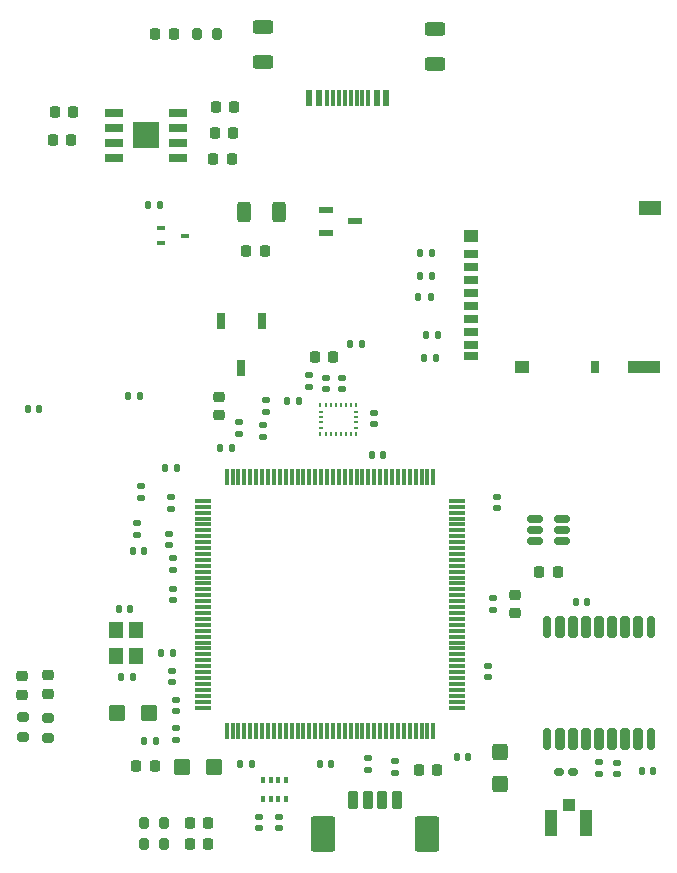
<source format=gbr>
%TF.GenerationSoftware,KiCad,Pcbnew,(5.99.0-10089-gf88d39b4f0)*%
%TF.CreationDate,2021-04-25T16:59:05+01:00*%
%TF.ProjectId,CM4,434d342e-6b69-4636-9164-5f7063625858,v01*%
%TF.SameCoordinates,Original*%
%TF.FileFunction,Paste,Top*%
%TF.FilePolarity,Positive*%
%FSLAX46Y46*%
G04 Gerber Fmt 4.6, Leading zero omitted, Abs format (unit mm)*
G04 Created by KiCad (PCBNEW (5.99.0-10089-gf88d39b4f0)) date 2021-04-25 16:59:05*
%MOMM*%
%LPD*%
G01*
G04 APERTURE LIST*
G04 Aperture macros list*
%AMRoundRect*
0 Rectangle with rounded corners*
0 $1 Rounding radius*
0 $2 $3 $4 $5 $6 $7 $8 $9 X,Y pos of 4 corners*
0 Add a 4 corners polygon primitive as box body*
4,1,4,$2,$3,$4,$5,$6,$7,$8,$9,$2,$3,0*
0 Add four circle primitives for the rounded corners*
1,1,$1+$1,$2,$3*
1,1,$1+$1,$4,$5*
1,1,$1+$1,$6,$7*
1,1,$1+$1,$8,$9*
0 Add four rect primitives between the rounded corners*
20,1,$1+$1,$2,$3,$4,$5,0*
20,1,$1+$1,$4,$5,$6,$7,0*
20,1,$1+$1,$6,$7,$8,$9,0*
20,1,$1+$1,$8,$9,$2,$3,0*%
G04 Aperture macros list end*
%ADD10RoundRect,0.218750X0.218750X0.256250X-0.218750X0.256250X-0.218750X-0.256250X0.218750X-0.256250X0*%
%ADD11RoundRect,0.135000X0.185000X-0.135000X0.185000X0.135000X-0.185000X0.135000X-0.185000X-0.135000X0*%
%ADD12RoundRect,0.140000X-0.170000X0.140000X-0.170000X-0.140000X0.170000X-0.140000X0.170000X0.140000X0*%
%ADD13R,1.200000X0.600000*%
%ADD14RoundRect,0.140000X-0.140000X-0.170000X0.140000X-0.170000X0.140000X0.170000X-0.140000X0.170000X0*%
%ADD15RoundRect,0.250000X-0.425000X0.450000X-0.425000X-0.450000X0.425000X-0.450000X0.425000X0.450000X0*%
%ADD16R,1.200000X1.400000*%
%ADD17RoundRect,0.225000X-0.250000X0.225000X-0.250000X-0.225000X0.250000X-0.225000X0.250000X0.225000X0*%
%ADD18RoundRect,0.135000X-0.185000X0.135000X-0.185000X-0.135000X0.185000X-0.135000X0.185000X0.135000X0*%
%ADD19RoundRect,0.135000X-0.135000X-0.185000X0.135000X-0.185000X0.135000X0.185000X-0.135000X0.185000X0*%
%ADD20R,0.230000X0.350000*%
%ADD21R,0.350000X0.230000*%
%ADD22RoundRect,0.218750X0.256250X-0.218750X0.256250X0.218750X-0.256250X0.218750X-0.256250X-0.218750X0*%
%ADD23R,1.200000X0.700000*%
%ADD24R,0.800000X1.000000*%
%ADD25R,1.900000X1.300000*%
%ADD26R,1.200000X1.000000*%
%ADD27R,2.800000X1.000000*%
%ADD28RoundRect,0.200000X0.200000X0.275000X-0.200000X0.275000X-0.200000X-0.275000X0.200000X-0.275000X0*%
%ADD29RoundRect,0.140000X0.170000X-0.140000X0.170000X0.140000X-0.170000X0.140000X-0.170000X-0.140000X0*%
%ADD30RoundRect,0.250000X-0.312500X-0.625000X0.312500X-0.625000X0.312500X0.625000X-0.312500X0.625000X0*%
%ADD31RoundRect,0.250000X0.450000X0.425000X-0.450000X0.425000X-0.450000X-0.425000X0.450000X-0.425000X0*%
%ADD32RoundRect,0.250000X0.625000X-0.312500X0.625000X0.312500X-0.625000X0.312500X-0.625000X-0.312500X0*%
%ADD33RoundRect,0.200000X-0.275000X0.200000X-0.275000X-0.200000X0.275000X-0.200000X0.275000X0.200000X0*%
%ADD34RoundRect,0.225000X-0.225000X-0.250000X0.225000X-0.250000X0.225000X0.250000X-0.225000X0.250000X0*%
%ADD35RoundRect,0.225000X0.225000X0.250000X-0.225000X0.250000X-0.225000X-0.250000X0.225000X-0.250000X0*%
%ADD36R,0.700000X0.450000*%
%ADD37R,0.600000X1.450000*%
%ADD38R,0.300000X1.450000*%
%ADD39R,1.000000X1.000000*%
%ADD40R,1.050000X2.200000*%
%ADD41RoundRect,0.140000X0.140000X0.170000X-0.140000X0.170000X-0.140000X-0.170000X0.140000X-0.170000X0*%
%ADD42RoundRect,0.218750X-0.218750X-0.256250X0.218750X-0.256250X0.218750X0.256250X-0.218750X0.256250X0*%
%ADD43RoundRect,0.175000X-0.175000X0.725000X-0.175000X-0.725000X0.175000X-0.725000X0.175000X0.725000X0*%
%ADD44RoundRect,0.200000X-0.200000X0.700000X-0.200000X-0.700000X0.200000X-0.700000X0.200000X0.700000X0*%
%ADD45RoundRect,0.225000X0.250000X-0.225000X0.250000X0.225000X-0.250000X0.225000X-0.250000X-0.225000X0*%
%ADD46RoundRect,0.160000X0.222500X0.160000X-0.222500X0.160000X-0.222500X-0.160000X0.222500X-0.160000X0*%
%ADD47RoundRect,0.200000X-0.200000X-0.600000X0.200000X-0.600000X0.200000X0.600000X-0.200000X0.600000X0*%
%ADD48RoundRect,0.250001X-0.799999X-1.249999X0.799999X-1.249999X0.799999X1.249999X-0.799999X1.249999X0*%
%ADD49R,0.350000X0.500000*%
%ADD50RoundRect,0.250000X-0.450000X-0.425000X0.450000X-0.425000X0.450000X0.425000X-0.450000X0.425000X0*%
%ADD51R,1.525000X0.650000*%
%ADD52R,2.290000X2.290000*%
%ADD53RoundRect,0.135000X0.135000X0.185000X-0.135000X0.185000X-0.135000X-0.185000X0.135000X-0.185000X0*%
%ADD54R,1.475000X0.300000*%
%ADD55R,0.300000X1.475000*%
%ADD56RoundRect,0.150000X-0.512500X-0.150000X0.512500X-0.150000X0.512500X0.150000X-0.512500X0.150000X0*%
%ADD57R,0.800000X1.400000*%
G04 APERTURE END LIST*
D10*
%TO.C,FB1*%
X143912500Y-69600000D03*
X145487500Y-69600000D03*
%TD*%
D11*
%TO.C,R18*%
X154200000Y-113510000D03*
X154200000Y-112490000D03*
%TD*%
D12*
%TO.C,C28*%
X138000000Y-110020000D03*
X138000000Y-110980000D03*
%TD*%
%TO.C,C26*%
X138000000Y-107620000D03*
X138000000Y-108580000D03*
%TD*%
D13*
%TO.C,Q1*%
X150650000Y-66150000D03*
X150650000Y-68050000D03*
X153150000Y-67100000D03*
%TD*%
D11*
%TO.C,R8*%
X134700000Y-93610000D03*
X134700000Y-92590000D03*
%TD*%
D14*
%TO.C,C50*%
X133320000Y-105700000D03*
X134280000Y-105700000D03*
%TD*%
D12*
%TO.C,C37*%
X164800000Y-99020000D03*
X164800000Y-99980000D03*
%TD*%
D15*
%TO.C,C15*%
X165400000Y-112050000D03*
X165400000Y-114750000D03*
%TD*%
D16*
%TO.C,Y1*%
X132850000Y-101700000D03*
X132850000Y-103900000D03*
X134550000Y-103900000D03*
X134550000Y-101700000D03*
%TD*%
D17*
%TO.C,C17*%
X166700000Y-98725000D03*
X166700000Y-100275000D03*
%TD*%
D18*
%TO.C,R5*%
X173800000Y-112890000D03*
X173800000Y-113910000D03*
%TD*%
%TO.C,R32*%
X145600000Y-82190000D03*
X145600000Y-83210000D03*
%TD*%
D19*
%TO.C,R10*%
X147390000Y-82300000D03*
X148410000Y-82300000D03*
%TD*%
D20*
%TO.C,U3*%
X150195000Y-82675000D03*
D21*
X150225000Y-83255000D03*
X150225000Y-83685000D03*
X150225000Y-84115000D03*
X150225000Y-84545000D03*
D20*
X150195000Y-85125000D03*
X150625000Y-85125000D03*
X151055000Y-85125000D03*
X151485000Y-85125000D03*
X151915000Y-85125000D03*
X152345000Y-85125000D03*
X152775000Y-85125000D03*
X153205000Y-85125000D03*
D21*
X153175000Y-84545000D03*
X153175000Y-84115000D03*
X153175000Y-83685000D03*
X153175000Y-83255000D03*
D20*
X153205000Y-82675000D03*
X152775000Y-82675000D03*
X152345000Y-82675000D03*
X151915000Y-82675000D03*
X151485000Y-82675000D03*
X151055000Y-82675000D03*
X150625000Y-82675000D03*
%TD*%
D22*
%TO.C,D7*%
X124900000Y-107187500D03*
X124900000Y-105612500D03*
%TD*%
D23*
%TO.C,J15*%
X162960000Y-69855000D03*
X162960000Y-70955000D03*
X162960000Y-72055000D03*
X162960000Y-73155000D03*
X162960000Y-74255000D03*
X162960000Y-75355000D03*
X162960000Y-76455000D03*
X162960000Y-77555000D03*
X162960000Y-78505000D03*
D24*
X173460000Y-79455000D03*
D25*
X178060000Y-65955000D03*
D26*
X162960000Y-68305000D03*
X167260000Y-79455000D03*
D27*
X177610000Y-79455000D03*
%TD*%
D28*
%TO.C,R22*%
X136937500Y-119800000D03*
X135287500Y-119800000D03*
%TD*%
D19*
%TO.C,R27*%
X158590000Y-69800000D03*
X159610000Y-69800000D03*
%TD*%
D29*
%TO.C,C11*%
X154700000Y-84280000D03*
X154700000Y-83320000D03*
%TD*%
D30*
%TO.C,R2*%
X143737500Y-66300000D03*
X146662500Y-66300000D03*
%TD*%
D14*
%TO.C,C51*%
X133120000Y-99900000D03*
X134080000Y-99900000D03*
%TD*%
D31*
%TO.C,C25*%
X135650000Y-108700000D03*
X132950000Y-108700000D03*
%TD*%
D29*
%TO.C,C36*%
X137400000Y-94480000D03*
X137400000Y-93520000D03*
%TD*%
D32*
%TO.C,R4*%
X145300000Y-53562500D03*
X145300000Y-50637500D03*
%TD*%
D14*
%TO.C,C34*%
X141720000Y-86300000D03*
X142680000Y-86300000D03*
%TD*%
D33*
%TO.C,R25*%
X125000000Y-109075000D03*
X125000000Y-110725000D03*
%TD*%
D34*
%TO.C,C3*%
X141225000Y-59600000D03*
X142775000Y-59600000D03*
%TD*%
D35*
%TO.C,C4*%
X170275000Y-96800000D03*
X168725000Y-96800000D03*
%TD*%
D14*
%TO.C,C9*%
X177420000Y-113600000D03*
X178380000Y-113600000D03*
%TD*%
D29*
%TO.C,C8*%
X149200000Y-81080000D03*
X149200000Y-80120000D03*
%TD*%
D34*
%TO.C,C10*%
X149725000Y-78600000D03*
X151275000Y-78600000D03*
%TD*%
D29*
%TO.C,C30*%
X137700000Y-99180000D03*
X137700000Y-98220000D03*
%TD*%
D36*
%TO.C,Q2*%
X136700000Y-67650000D03*
X136700000Y-68950000D03*
X138700000Y-68300000D03*
%TD*%
D37*
%TO.C,J2*%
X155750000Y-56685000D03*
X154950000Y-56685000D03*
D38*
X153750000Y-56685000D03*
X152750000Y-56685000D03*
X152250000Y-56685000D03*
X151250000Y-56685000D03*
D37*
X150050000Y-56685000D03*
X149250000Y-56685000D03*
X149250000Y-56685000D03*
X150050000Y-56685000D03*
D38*
X150750000Y-56685000D03*
X151750000Y-56685000D03*
X153250000Y-56685000D03*
X154250000Y-56685000D03*
D37*
X154950000Y-56685000D03*
X155750000Y-56685000D03*
%TD*%
D19*
%TO.C,R30*%
X159090000Y-76700000D03*
X160110000Y-76700000D03*
%TD*%
%TO.C,R13*%
X135290000Y-111100000D03*
X136310000Y-111100000D03*
%TD*%
%TO.C,R28*%
X158590000Y-71700000D03*
X159610000Y-71700000D03*
%TD*%
D39*
%TO.C,J1*%
X171200000Y-116500000D03*
D40*
X172675000Y-118000000D03*
X169725000Y-118000000D03*
%TD*%
D32*
%TO.C,R3*%
X159900000Y-53762500D03*
X159900000Y-50837500D03*
%TD*%
D41*
%TO.C,C16*%
X135280000Y-95000000D03*
X134320000Y-95000000D03*
%TD*%
D42*
%TO.C,FB2*%
X134612500Y-113200000D03*
X136187500Y-113200000D03*
%TD*%
D28*
%TO.C,R24*%
X136937500Y-118000000D03*
X135287500Y-118000000D03*
%TD*%
D43*
%TO.C,U2*%
X178200000Y-101450000D03*
D44*
X177100000Y-101450000D03*
X176000000Y-101450000D03*
X174900000Y-101450000D03*
X173800000Y-101450000D03*
X172700000Y-101450000D03*
X171600000Y-101450000D03*
X170500000Y-101450000D03*
D43*
X169400000Y-101450000D03*
X169400000Y-110950000D03*
D44*
X170500000Y-110950000D03*
X171600000Y-110950000D03*
X172700000Y-110950000D03*
X173800000Y-110950000D03*
X174900000Y-110950000D03*
X176000000Y-110950000D03*
X177100000Y-110950000D03*
D43*
X178200000Y-110950000D03*
%TD*%
D45*
%TO.C,C46*%
X141600000Y-83475000D03*
X141600000Y-81925000D03*
%TD*%
D28*
%TO.C,R1*%
X141425000Y-51200000D03*
X139775000Y-51200000D03*
%TD*%
D19*
%TO.C,R12*%
X135590000Y-65700000D03*
X136610000Y-65700000D03*
%TD*%
D33*
%TO.C,R23*%
X127100000Y-109175000D03*
X127100000Y-110825000D03*
%TD*%
D41*
%TO.C,C52*%
X126380000Y-83000000D03*
X125420000Y-83000000D03*
%TD*%
D42*
%TO.C,D6*%
X139125000Y-118000000D03*
X140700000Y-118000000D03*
%TD*%
D18*
%TO.C,R17*%
X156500000Y-112790000D03*
X156500000Y-113810000D03*
%TD*%
D46*
%TO.C,L2*%
X171572500Y-113700000D03*
X170427500Y-113700000D03*
%TD*%
D47*
%TO.C,J10*%
X152925000Y-116100000D03*
X154175000Y-116100000D03*
X155425000Y-116100000D03*
X156675000Y-116100000D03*
D48*
X150375000Y-119000000D03*
X159225000Y-119000000D03*
%TD*%
D19*
%TO.C,R29*%
X158490000Y-73500000D03*
X159510000Y-73500000D03*
%TD*%
D49*
%TO.C,U1*%
X145325000Y-114400000D03*
X145975000Y-114400000D03*
X146625000Y-114400000D03*
X147275000Y-114400000D03*
X147275000Y-116000000D03*
X146625000Y-116000000D03*
X145975000Y-116000000D03*
X145325000Y-116000000D03*
%TD*%
D50*
%TO.C,C27*%
X138450000Y-113300000D03*
X141150000Y-113300000D03*
%TD*%
D14*
%TO.C,C7*%
X171820000Y-99300000D03*
X172780000Y-99300000D03*
%TD*%
D29*
%TO.C,C14*%
X150700000Y-81280000D03*
X150700000Y-80320000D03*
%TD*%
D51*
%TO.C,IC1*%
X132688000Y-57895000D03*
X132688000Y-59165000D03*
X132688000Y-60435000D03*
X132688000Y-61705000D03*
X138112000Y-61705000D03*
X138112000Y-60435000D03*
X138112000Y-59165000D03*
X138112000Y-57895000D03*
D52*
X135400000Y-59800000D03*
%TD*%
D14*
%TO.C,C40*%
X161720000Y-112400000D03*
X162680000Y-112400000D03*
%TD*%
D53*
%TO.C,R11*%
X134910000Y-81900000D03*
X133890000Y-81900000D03*
%TD*%
D19*
%TO.C,R6*%
X136990000Y-88000000D03*
X138010000Y-88000000D03*
%TD*%
D11*
%TO.C,R16*%
X143300000Y-85100000D03*
X143300000Y-84080000D03*
%TD*%
D29*
%TO.C,C12*%
X175300000Y-113880000D03*
X175300000Y-112920000D03*
%TD*%
D34*
%TO.C,C45*%
X158525000Y-113500000D03*
X160075000Y-113500000D03*
%TD*%
D41*
%TO.C,C35*%
X144380000Y-113000000D03*
X143420000Y-113000000D03*
%TD*%
D35*
%TO.C,C1*%
X129275000Y-57800000D03*
X127725000Y-57800000D03*
%TD*%
D10*
%TO.C,D1*%
X137787500Y-51200000D03*
X136212500Y-51200000D03*
%TD*%
D53*
%TO.C,R31*%
X160010000Y-78700000D03*
X158990000Y-78700000D03*
%TD*%
D18*
%TO.C,R15*%
X145300000Y-84290000D03*
X145300000Y-85310000D03*
%TD*%
D53*
%TO.C,R26*%
X137710000Y-103600000D03*
X136690000Y-103600000D03*
%TD*%
D12*
%TO.C,C6*%
X146700000Y-117520000D03*
X146700000Y-118480000D03*
%TD*%
D35*
%TO.C,C53*%
X129075000Y-60200000D03*
X127525000Y-60200000D03*
%TD*%
D29*
%TO.C,C19*%
X137700000Y-96580000D03*
X137700000Y-95620000D03*
%TD*%
D34*
%TO.C,C2*%
X141325000Y-57400000D03*
X142875000Y-57400000D03*
%TD*%
D29*
%TO.C,C13*%
X152000000Y-81280000D03*
X152000000Y-80320000D03*
%TD*%
D41*
%TO.C,C38*%
X151080000Y-113000000D03*
X150120000Y-113000000D03*
%TD*%
D22*
%TO.C,D5*%
X127100000Y-107087500D03*
X127100000Y-105512500D03*
%TD*%
D54*
%TO.C,IC2*%
X140262000Y-90750000D03*
X140262000Y-91250000D03*
X140262000Y-91750000D03*
X140262000Y-92250000D03*
X140262000Y-92750000D03*
X140262000Y-93250000D03*
X140262000Y-93750000D03*
X140262000Y-94250000D03*
X140262000Y-94750000D03*
X140262000Y-95250000D03*
X140262000Y-95750000D03*
X140262000Y-96250000D03*
X140262000Y-96750000D03*
X140262000Y-97250000D03*
X140262000Y-97750000D03*
X140262000Y-98250000D03*
X140262000Y-98750000D03*
X140262000Y-99250000D03*
X140262000Y-99750000D03*
X140262000Y-100250000D03*
X140262000Y-100750000D03*
X140262000Y-101250000D03*
X140262000Y-101750000D03*
X140262000Y-102250000D03*
X140262000Y-102750000D03*
X140262000Y-103250000D03*
X140262000Y-103750000D03*
X140262000Y-104250000D03*
X140262000Y-104750000D03*
X140262000Y-105250000D03*
X140262000Y-105750000D03*
X140262000Y-106250000D03*
X140262000Y-106750000D03*
X140262000Y-107250000D03*
X140262000Y-107750000D03*
X140262000Y-108250000D03*
D55*
X142250000Y-110238000D03*
X142750000Y-110238000D03*
X143250000Y-110238000D03*
X143750000Y-110238000D03*
X144250000Y-110238000D03*
X144750000Y-110238000D03*
X145250000Y-110238000D03*
X145750000Y-110238000D03*
X146250000Y-110238000D03*
X146750000Y-110238000D03*
X147250000Y-110238000D03*
X147750000Y-110238000D03*
X148250000Y-110238000D03*
X148750000Y-110238000D03*
X149250000Y-110238000D03*
X149750000Y-110238000D03*
X150250000Y-110238000D03*
X150750000Y-110238000D03*
X151250000Y-110238000D03*
X151750000Y-110238000D03*
X152250000Y-110238000D03*
X152750000Y-110238000D03*
X153250000Y-110238000D03*
X153750000Y-110238000D03*
X154250000Y-110238000D03*
X154750000Y-110238000D03*
X155250000Y-110238000D03*
X155750000Y-110238000D03*
X156250000Y-110238000D03*
X156750000Y-110238000D03*
X157250000Y-110238000D03*
X157750000Y-110238000D03*
X158250000Y-110238000D03*
X158750000Y-110238000D03*
X159250000Y-110238000D03*
X159750000Y-110238000D03*
D54*
X161738000Y-108250000D03*
X161738000Y-107750000D03*
X161738000Y-107250000D03*
X161738000Y-106750000D03*
X161738000Y-106250000D03*
X161738000Y-105750000D03*
X161738000Y-105250000D03*
X161738000Y-104750000D03*
X161738000Y-104250000D03*
X161738000Y-103750000D03*
X161738000Y-103250000D03*
X161738000Y-102750000D03*
X161738000Y-102250000D03*
X161738000Y-101750000D03*
X161738000Y-101250000D03*
X161738000Y-100750000D03*
X161738000Y-100250000D03*
X161738000Y-99750000D03*
X161738000Y-99250000D03*
X161738000Y-98750000D03*
X161738000Y-98250000D03*
X161738000Y-97750000D03*
X161738000Y-97250000D03*
X161738000Y-96750000D03*
X161738000Y-96250000D03*
X161738000Y-95750000D03*
X161738000Y-95250000D03*
X161738000Y-94750000D03*
X161738000Y-94250000D03*
X161738000Y-93750000D03*
X161738000Y-93250000D03*
X161738000Y-92750000D03*
X161738000Y-92250000D03*
X161738000Y-91750000D03*
X161738000Y-91250000D03*
X161738000Y-90750000D03*
D55*
X159750000Y-88762000D03*
X159250000Y-88762000D03*
X158750000Y-88762000D03*
X158250000Y-88762000D03*
X157750000Y-88762000D03*
X157250000Y-88762000D03*
X156750000Y-88762000D03*
X156250000Y-88762000D03*
X155750000Y-88762000D03*
X155250000Y-88762000D03*
X154750000Y-88762000D03*
X154250000Y-88762000D03*
X153750000Y-88762000D03*
X153250000Y-88762000D03*
X152750000Y-88762000D03*
X152250000Y-88762000D03*
X151750000Y-88762000D03*
X151250000Y-88762000D03*
X150750000Y-88762000D03*
X150250000Y-88762000D03*
X149750000Y-88762000D03*
X149250000Y-88762000D03*
X148750000Y-88762000D03*
X148250000Y-88762000D03*
X147750000Y-88762000D03*
X147250000Y-88762000D03*
X146750000Y-88762000D03*
X146250000Y-88762000D03*
X145750000Y-88762000D03*
X145250000Y-88762000D03*
X144750000Y-88762000D03*
X144250000Y-88762000D03*
X143750000Y-88762000D03*
X143250000Y-88762000D03*
X142750000Y-88762000D03*
X142250000Y-88762000D03*
%TD*%
D14*
%TO.C,C29*%
X154520000Y-86900000D03*
X155480000Y-86900000D03*
%TD*%
D42*
%TO.C,D4*%
X139125000Y-119800000D03*
X140700000Y-119800000D03*
%TD*%
D12*
%TO.C,C32*%
X165100000Y-90420000D03*
X165100000Y-91380000D03*
%TD*%
D29*
%TO.C,C33*%
X164400000Y-105680000D03*
X164400000Y-104720000D03*
%TD*%
D12*
%TO.C,C39*%
X137600000Y-105120000D03*
X137600000Y-106080000D03*
%TD*%
D11*
%TO.C,R9*%
X135000000Y-90510000D03*
X135000000Y-89490000D03*
%TD*%
D56*
%TO.C,U4*%
X168362500Y-92250000D03*
X168362500Y-93200000D03*
X168362500Y-94150000D03*
X170637500Y-94150000D03*
X170637500Y-93200000D03*
X170637500Y-92250000D03*
%TD*%
D11*
%TO.C,R7*%
X137500000Y-91410000D03*
X137500000Y-90390000D03*
%TD*%
D12*
%TO.C,C5*%
X145000000Y-117520000D03*
X145000000Y-118480000D03*
%TD*%
D57*
%TO.C,S2*%
X145250000Y-75500000D03*
X141750000Y-75500000D03*
X143500000Y-79500000D03*
%TD*%
D34*
%TO.C,C54*%
X141125000Y-61800000D03*
X142675000Y-61800000D03*
%TD*%
D14*
%TO.C,C31*%
X152720000Y-77500000D03*
X153680000Y-77500000D03*
%TD*%
M02*

</source>
